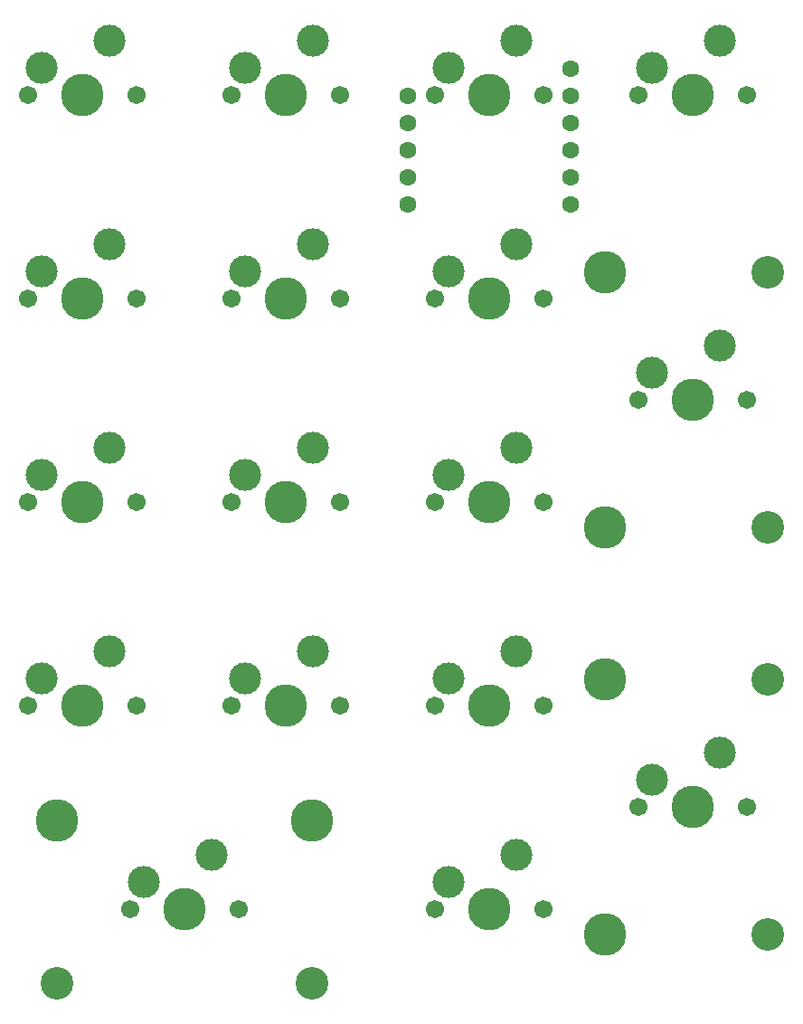
<source format=gbr>
%TF.GenerationSoftware,KiCad,Pcbnew,(7.0.0)*%
%TF.CreationDate,2023-03-18T14:12:53+09:00*%
%TF.ProjectId,hep-numpad,6865702d-6e75-46d7-9061-642e6b696361,rev?*%
%TF.SameCoordinates,Original*%
%TF.FileFunction,Soldermask,Top*%
%TF.FilePolarity,Negative*%
%FSLAX46Y46*%
G04 Gerber Fmt 4.6, Leading zero omitted, Abs format (unit mm)*
G04 Created by KiCad (PCBNEW (7.0.0)) date 2023-03-18 14:12:53*
%MOMM*%
%LPD*%
G01*
G04 APERTURE LIST*
%ADD10C,1.701800*%
%ADD11C,3.000000*%
%ADD12C,3.987800*%
%ADD13C,3.048000*%
%ADD14C,1.600000*%
G04 APERTURE END LIST*
D10*
%TO.C,SW7*%
X102870000Y-93820000D03*
D11*
X104140000Y-91280000D03*
D12*
X107950000Y-93820000D03*
D11*
X110490000Y-88740000D03*
D10*
X113030000Y-93820000D03*
%TD*%
D12*
%TO.C,SW17*%
X86487000Y-123665000D03*
D13*
X86487000Y-138905000D03*
D10*
X93345000Y-131920000D03*
D11*
X94615000Y-129380000D03*
D12*
X98425000Y-131920000D03*
D11*
X100965000Y-126840000D03*
D10*
X103505000Y-131920000D03*
D12*
X110363000Y-123665000D03*
D13*
X110363000Y-138905000D03*
%TD*%
D10*
%TO.C,SW8*%
X102870000Y-112870000D03*
D11*
X104140000Y-110330000D03*
D12*
X107950000Y-112870000D03*
D11*
X110490000Y-107790000D03*
D10*
X113030000Y-112870000D03*
%TD*%
%TO.C,SW5*%
X102870000Y-55720000D03*
D11*
X104140000Y-53180000D03*
D12*
X107950000Y-55720000D03*
D11*
X110490000Y-50640000D03*
D10*
X113030000Y-55720000D03*
%TD*%
%TO.C,SW12*%
X121920000Y-112870000D03*
D11*
X123190000Y-110330000D03*
D12*
X127000000Y-112870000D03*
D11*
X129540000Y-107790000D03*
D10*
X132080000Y-112870000D03*
%TD*%
D12*
%TO.C,SW14*%
X137795000Y-72357000D03*
X137795000Y-96233000D03*
D10*
X140970000Y-84295000D03*
D11*
X142240000Y-81755000D03*
D12*
X146050000Y-84295000D03*
D11*
X148590000Y-79215000D03*
D10*
X151130000Y-84295000D03*
D13*
X153035000Y-72357000D03*
X153035000Y-96233000D03*
%TD*%
D10*
%TO.C,SW3*%
X83820000Y-93820000D03*
D11*
X85090000Y-91280000D03*
D12*
X88900000Y-93820000D03*
D11*
X91440000Y-88740000D03*
D10*
X93980000Y-93820000D03*
%TD*%
%TO.C,SW9*%
X121920000Y-55720000D03*
D11*
X123190000Y-53180000D03*
D12*
X127000000Y-55720000D03*
D11*
X129540000Y-50640000D03*
D10*
X132080000Y-55720000D03*
%TD*%
%TO.C,SW10*%
X121920000Y-74770000D03*
D11*
X123190000Y-72230000D03*
D12*
X127000000Y-74770000D03*
D11*
X129540000Y-69690000D03*
D10*
X132080000Y-74770000D03*
%TD*%
%TO.C,SW1*%
X83820000Y-55720000D03*
D11*
X85090000Y-53180000D03*
D12*
X88900000Y-55720000D03*
D11*
X91440000Y-50640000D03*
D10*
X93980000Y-55720000D03*
%TD*%
%TO.C,SW4*%
X83820000Y-112870000D03*
D11*
X85090000Y-110330000D03*
D12*
X88900000Y-112870000D03*
D11*
X91440000Y-107790000D03*
D10*
X93980000Y-112870000D03*
%TD*%
%TO.C,SW6*%
X102870000Y-74770000D03*
D11*
X104140000Y-72230000D03*
D12*
X107950000Y-74770000D03*
D11*
X110490000Y-69690000D03*
D10*
X113030000Y-74770000D03*
%TD*%
%TO.C,SW16*%
X121920000Y-131920000D03*
D11*
X123190000Y-129380000D03*
D12*
X127000000Y-131920000D03*
D11*
X129540000Y-126840000D03*
D10*
X132080000Y-131920000D03*
%TD*%
%TO.C,SW2*%
X83820000Y-74770000D03*
D11*
X85090000Y-72230000D03*
D12*
X88900000Y-74770000D03*
D11*
X91440000Y-69690000D03*
D10*
X93980000Y-74770000D03*
%TD*%
%TO.C,SW11*%
X121920000Y-93820000D03*
D11*
X123190000Y-91280000D03*
D12*
X127000000Y-93820000D03*
D11*
X129540000Y-88740000D03*
D10*
X132080000Y-93820000D03*
%TD*%
D12*
%TO.C,SW15*%
X137795000Y-110457000D03*
X137795000Y-134333000D03*
D10*
X140970000Y-122395000D03*
D11*
X142240000Y-119855000D03*
D12*
X146050000Y-122395000D03*
D11*
X148590000Y-117315000D03*
D10*
X151130000Y-122395000D03*
D13*
X153035000Y-110457000D03*
X153035000Y-134333000D03*
%TD*%
D10*
%TO.C,SW13*%
X140970000Y-55720000D03*
D11*
X142240000Y-53180000D03*
D12*
X146050000Y-55720000D03*
D11*
X148590000Y-50640000D03*
D10*
X151130000Y-55720000D03*
%TD*%
D14*
%TO.C,U4*%
X119380000Y-55880000D03*
X119380000Y-58420000D03*
X119380000Y-60960000D03*
X119380000Y-63500000D03*
X119380000Y-66040000D03*
X134620000Y-66040000D03*
X134620000Y-63500000D03*
X134620000Y-60960000D03*
X134620000Y-58420000D03*
X134620000Y-55880000D03*
X134620000Y-53340000D03*
%TD*%
M02*

</source>
